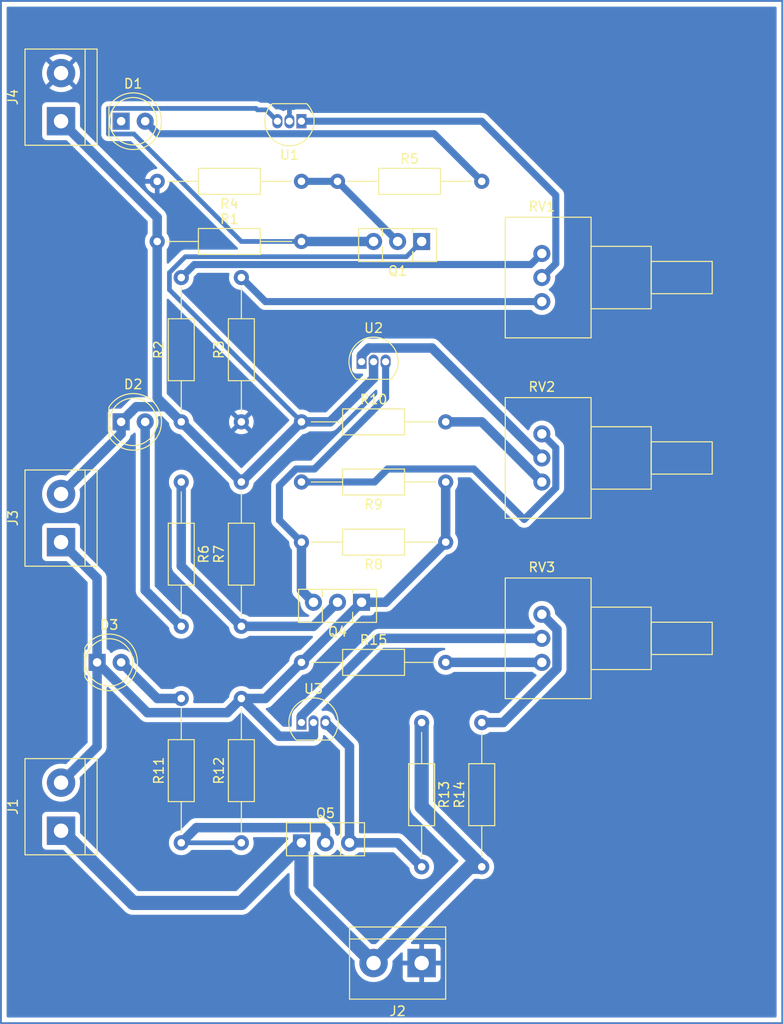
<source format=kicad_pcb>
(kicad_pcb (version 20221018) (generator pcbnew)
  (title_block (title "3S BMS Module ") (date "29.04.2023") (rev "1.0") (company "by Muxtar_Safarov"))
  (layers (0 "F.Cu" signal) (31 "B.Cu" signal) (34 "B.Paste" user) (35 "F.Paste" user) (36 "B.SilkS" user "B.Silkscreen") (37 "F.SilkS" user "F.Silkscreen") (38 "B.Mask" user) (39 "F.Mask" user) (44 "Edge.Cuts" user))
  (net 0 "")
  (net 1 "Earth")
  (net 2 "Net-(D1-A)")
  (net 3 "CONN2")
  (net 4 "Net-(D2-A)")
  (net 5 "CONN1")
  (net 6 "Net-(D3-A)")
  (net 7 "VCC")
  (net 8 "Net-(Q1-C)")
  (net 9 "Net-(Q1-B)")
  (net 10 "Net-(Q4-C)")
  (net 11 "Net-(Q4-B)")
  (net 12 "Net-(Q5-C)")
  (net 13 "Net-(Q5-B)")
  (net 14 "Net-(R2-Pad2)")
  (net 15 "Net-(R3-Pad2)")
  (net 16 "Net-(R9-Pad2)")
  (net 17 "Net-(R10-Pad2)")
  (net 18 "Net-(R14-Pad2)")
  (net 19 "Net-(R15-Pad2)")
  (net 20 "Net-(U1-REF)")
  (net 21 "Net-(U2-REF)")
  (net 22 "Net-(U3-REF)")
  (footprint "Resistor_THT:R_Axial_DIN0207_L6.3mm_D2.5mm_P15.24mm_Horizontal" (layer "F.Cu") (at 50.8 165.1 90)
    (fp_text reference "R12" (at 7.62 -2.37 90) (layer "F.SilkS"))
    (fp_text value "47R")
    (fp_line (start 1.04 0) (end 4.35 0) (stroke (width 0.12)) (layer "F.SilkS"))
    (fp_line (start 4.35 -1.37) (end 4.35 1.37) (stroke (width 0.12)) (layer "F.SilkS"))
    (fp_line (start 4.35 1.37) (end 10.89 1.37) (stroke (width 0.12)) (layer "F.SilkS"))
    (fp_line (start 10.89 -1.37) (end 4.35 -1.37) (stroke (width 0.12)) (layer "F.SilkS"))
    (fp_line (start 10.89 1.37) (end 10.89 -1.37) (stroke (width 0.12)) (layer "F.SilkS"))
    (fp_line (start 14.2 0) (end 10.89 0) (stroke (width 0.12)) (layer "F.SilkS"))
    (pad "1" thru_hole circle (at 0 0 90) (size 1.6 1.6) (drill 0.8) (layers "*.Cu" "*.Mask") (net 12 "Net-(Q5-C)"))
    (pad "2" thru_hole oval (at 15.24 0 90) (size 1.6 1.6) (drill 0.8) (layers "*.Cu" "*.Mask") (net 5 "CONN1"))
  )
  (footprint "Resistor_THT:R_Axial_DIN0207_L6.3mm_D2.5mm_P15.24mm_Horizontal" (layer "F.Cu") (at 72.39 127 180)
    (fp_text reference "R9" (at 7.62 -2.37) (layer "F.SilkS"))
    (fp_text value "20K")
    (fp_line (start 1.04 0) (end 4.35 0) (stroke (width 0.12)) (layer "F.SilkS"))
    (fp_line (start 4.35 -1.37) (end 4.35 1.37) (stroke (width 0.12)) (layer "F.SilkS"))
    (fp_line (start 4.35 1.37) (end 10.89 1.37) (stroke (width 0.12)) (layer "F.SilkS"))
    (fp_line (start 10.89 -1.37) (end 4.35 -1.37) (stroke (width 0.12)) (layer "F.SilkS"))
    (fp_line (start 10.89 1.37) (end 10.89 -1.37) (stroke (width 0.12)) (layer "F.SilkS"))
    (fp_line (start 14.2 0) (end 10.89 0) (stroke (width 0.12)) (layer "F.SilkS"))
    (pad "1" thru_hole circle (at 0 0 180) (size 1.6 1.6) (drill 0.8) (layers "*.Cu" "*.Mask") (net 5 "CONN1"))
    (pad "2" thru_hole oval (at 15.24 0 180) (size 1.6 1.6) (drill 0.8) (layers "*.Cu" "*.Mask") (net 16 "Net-(R9-Pad2)"))
  )
  (footprint "LED_THT:LED_D5.0mm" (layer "F.Cu") (at 38.1 120.65)
    (fp_text reference "D2" (at 1.27 -3.96) (layer "F.SilkS"))
    (fp_text value "LED")
    (fp_line (start -1.29 -1.545) (end -1.29 1.545) (stroke (width 0.12)) (layer "F.SilkS"))
    (fp_arc (start -1.29 -1.54483) (mid 2.072002 -2.880433) (end 4.26 0.000462) (stroke (width 0.12)) (layer "F.SilkS"))
    (fp_arc (start 4.26 -0.000462) (mid 2.072002 2.880433) (end -1.29 1.54483) (stroke (width 0.12)) (layer "F.SilkS"))
    (fp_circle (center 1.27 0) (end 3.77 0) (stroke (width 0.12)) (fill none) (layer "F.SilkS"))
    (pad "1" thru_hole rect (at 0 0) (size 1.8 1.8) (drill 0.9) (layers "*.Cu" "*.Mask") (net 3 "CONN2"))
    (pad "2" thru_hole circle (at 2.54 0) (size 1.8 1.8) (drill 0.9) (layers "*.Cu" "*.Mask") (net 4 "Net-(D2-A)"))
  )
  (footprint "Resistor_THT:R_Axial_DIN0207_L6.3mm_D2.5mm_P15.24mm_Horizontal" (layer "F.Cu") (at 50.8 120.65 90)
    (fp_text reference "R3" (at 7.62 -2.37 90) (layer "F.SilkS"))
    (fp_text value "10K")
    (fp_line (start 1.04 0) (end 4.35 0) (stroke (width 0.12)) (layer "F.SilkS"))
    (fp_line (start 4.35 -1.37) (end 4.35 1.37) (stroke (width 0.12)) (layer "F.SilkS"))
    (fp_line (start 4.35 1.37) (end 10.89 1.37) (stroke (width 0.12)) (layer "F.SilkS"))
    (fp_line (start 10.89 -1.37) (end 4.35 -1.37) (stroke (width 0.12)) (layer "F.SilkS"))
    (fp_line (start 10.89 1.37) (end 10.89 -1.37) (stroke (width 0.12)) (layer "F.SilkS"))
    (fp_line (start 14.2 0) (end 10.89 0) (stroke (width 0.12)) (layer "F.SilkS"))
    (pad "1" thru_hole circle (at 0 0 90) (size 1.6 1.6) (drill 0.8) (layers "*.Cu" "*.Mask") (net 1 "Earth"))
    (pad "2" thru_hole oval (at 15.24 0 90) (size 1.6 1.6) (drill 0.8) (layers "*.Cu" "*.Mask") (net 15 "Net-(R3-Pad2)"))
  )
  (footprint "LED_THT:LED_D5.0mm" (layer "F.Cu") (at 38.1 88.9)
    (fp_text reference "D1" (at 1.27 -3.96) (layer "F.SilkS"))
    (fp_text value "LED")
    (fp_line (start -1.29 -1.545) (end -1.29 1.545) (stroke (width 0.12)) (layer "F.SilkS"))
    (fp_arc (start -1.29 -1.54483) (mid 2.072002 -2.880433) (end 4.26 0.000462) (stroke (width 0.12)) (layer "F.SilkS"))
    (fp_arc (start 4.26 -0.000462) (mid 2.072002 2.880433) (end -1.29 1.54483) (stroke (width 0.12)) (layer "F.SilkS"))
    (fp_circle (center 1.27 0) (end 3.77 0) (stroke (width 0.12)) (fill none) (layer "F.SilkS"))
    (pad "1" thru_hole rect (at 0 0) (size 1.8 1.8) (drill 0.9) (layers "*.Cu" "*.Mask") (net 1 "Earth"))
    (pad "2" thru_hole circle (at 2.54 0) (size 1.8 1.8) (drill 0.9) (layers "*.Cu" "*.Mask") (net 2 "Net-(D1-A)"))
  )
  (footprint "Resistor_THT:R_Axial_DIN0207_L6.3mm_D2.5mm_P15.24mm_Horizontal" (layer "F.Cu") (at 69.85 152.4 -90)
    (fp_text reference "R13" (at 7.62 -2.37 90) (layer "F.SilkS"))
    (fp_text value "1K")
    (fp_line (start 1.04 0) (end 4.35 0) (stroke (width 0.12)) (layer "F.SilkS"))
    (fp_line (start 4.35 -1.37) (end 4.35 1.37) (stroke (width 0.12)) (layer "F.SilkS"))
    (fp_line (start 4.35 1.37) (end 10.89 1.37) (stroke (width 0.12)) (layer "F.SilkS"))
    (fp_line (start 10.89 -1.37) (end 4.35 -1.37) (stroke (width 0.12)) (layer "F.SilkS"))
    (fp_line (start 10.89 1.37) (end 10.89 -1.37) (stroke (width 0.12)) (layer "F.SilkS"))
    (fp_line (start 14.2 0) (end 10.89 0) (stroke (width 0.12)) (layer "F.SilkS"))
    (pad "1" thru_hole circle (at 0 0 270) (size 1.6 1.6) (drill 0.8) (layers "*.Cu" "*.Mask") (net 7 "VCC"))
    (pad "2" thru_hole oval (at 15.24 0 270) (size 1.6 1.6) (drill 0.8) (layers "*.Cu" "*.Mask") (net 13 "Net-(Q5-B)"))
  )
  (footprint "Resistor_THT:R_Axial_DIN0207_L6.3mm_D2.5mm_P15.24mm_Horizontal" (layer "F.Cu") (at 57.15 120.65)
    (fp_text reference "R10" (at 7.62 -2.37) (layer "F.SilkS"))
    (fp_text value "10K")
    (fp_line (start 1.04 0) (end 4.35 0) (stroke (width 0.12)) (layer "F.SilkS"))
    (fp_line (start 4.35 -1.37) (end 4.35 1.37) (stroke (width 0.12)) (layer "F.SilkS"))
    (fp_line (start 4.35 1.37) (end 10.89 1.37) (stroke (width 0.12)) (layer "F.SilkS"))
    (fp_line (start 10.89 -1.37) (end 4.35 -1.37) (stroke (width 0.12)) (layer "F.SilkS"))
    (fp_line (start 10.89 1.37) (end 10.89 -1.37) (stroke (width 0.12)) (layer "F.SilkS"))
    (fp_line (start 14.2 0) (end 10.89 0) (stroke (width 0.12)) (layer "F.SilkS"))
    (pad "1" thru_hole circle (at 0 0) (size 1.6 1.6) (drill 0.8) (layers "*.Cu" "*.Mask") (net 3 "CONN2"))
    (pad "2" thru_hole oval (at 15.24 0) (size 1.6 1.6) (drill 0.8) (layers "*.Cu" "*.Mask") (net 17 "Net-(R10-Pad2)"))
  )
  (footprint "Resistor_THT:R_Axial_DIN0207_L6.3mm_D2.5mm_P15.24mm_Horizontal" (layer "F.Cu") (at 76.2 167.64 90)
    (fp_text reference "R14" (at 7.62 -2.37 90) (layer "F.SilkS"))
    (fp_text value "20K")
    (fp_line (start 1.04 0) (end 4.35 0) (stroke (width 0.12)) (layer "F.SilkS"))
    (fp_line (start 4.35 -1.37) (end 4.35 1.37) (stroke (width 0.12)) (layer "F.SilkS"))
    (fp_line (start 4.35 1.37) (end 10.89 1.37) (stroke (width 0.12)) (layer "F.SilkS"))
    (fp_line (start 10.89 -1.37) (end 4.35 -1.37) (stroke (width 0.12)) (layer "F.SilkS"))
    (fp_line (start 10.89 1.37) (end 10.89 -1.37) (stroke (width 0.12)) (layer "F.SilkS"))
    (fp_line (start 14.2 0) (end 10.89 0) (stroke (width 0.12)) (layer "F.SilkS"))
    (pad "1" thru_hole circle (at 0 0 90) (size 1.6 1.6) (drill 0.8) (layers "*.Cu" "*.Mask") (net 7 "VCC"))
    (pad "2" thru_hole oval (at 15.24 0 90) (size 1.6 1.6) (drill 0.8) (layers "*.Cu" "*.Mask") (net 18 "Net-(R14-Pad2)"))
  )
  (footprint "Resistor_THT:R_Axial_DIN0207_L6.3mm_D2.5mm_P15.24mm_Horizontal" (layer "F.Cu") (at 72.39 133.35 180)
    (fp_text reference "R8" (at 7.62 -2.37) (layer "F.SilkS"))
    (fp_text value "1K")
    (fp_line (start 1.04 0) (end 4.35 0) (stroke (width 0.12)) (layer "F.SilkS"))
    (fp_line (start 4.35 -1.37) (end 4.35 1.37) (stroke (width 0.12)) (layer "F.SilkS"))
    (fp_line (start 4.35 1.37) (end 10.89 1.37) (stroke (width 0.12)) (layer "F.SilkS"))
    (fp_line (start 10.89 -1.37) (end 4.35 -1.37) (stroke (width 0.12)) (layer "F.SilkS"))
    (fp_line (start 10.89 1.37) (end 10.89 -1.37) (stroke (width 0.12)) (layer "F.SilkS"))
    (fp_line (start 14.2 0) (end 10.89 0) (stroke (width 0.12)) (layer "F.SilkS"))
    (pad "1" thru_hole circle (at 0 0 180) (size 1.6 1.6) (drill 0.8) (layers "*.Cu" "*.Mask") (net 5 "CONN1"))
    (pad "2" thru_hole oval (at 15.24 0 180) (size 1.6 1.6) (drill 0.8) (layers "*.Cu" "*.Mask") (net 11 "Net-(Q4-B)"))
  )
  (footprint "Package_TO_SOT_THT:TO-126-3_Vertical" (layer "F.Cu") (at 69.85 101.6 180)
    (fp_text reference "Q1" (at 2.54 -3.12) (layer "F.SilkS"))
    (fp_text value "BD140")
    (fp_line (start -1.58 -2.12) (end -1.58 1.37) (stroke (width 0.12)) (layer "F.SilkS"))
    (fp_line (start -1.58 -2.12) (end 6.66 -2.12) (stroke (width 0.12)) (layer "F.SilkS"))
    (fp_line (start -1.58 1.37) (end 6.66 1.37) (stroke (width 0.12)) (layer "F.SilkS"))
    (fp_line (start 0.94 -2.12) (end 0.94 -1.05) (stroke (width 0.12)) (layer "F.SilkS"))
    (fp_line (start 0.94 1.05) (end 0.94 1.37) (stroke (width 0.12)) (layer "F.SilkS"))
    (fp_line (start 4.141 -2.12) (end 4.141 -0.54) (stroke (width 0.12)) (layer "F.SilkS"))
    (fp_line (start 4.141 0.54) (end 4.141 1.37) (stroke (width 0.12)) (layer "F.SilkS"))
    (fp_line (start 6.66 -2.12) (end 6.66 1.37) (stroke (width 0.12)) (layer "F.SilkS"))
    (pad "1" thru_hole rect (at 0 0 180) (size 1.8 1.8) (drill 1) (layers "*.Cu" "*.Mask") (net 3 "CONN2"))
    (pad "2" thru_hole oval (at 2.54 0 180) (size 1.8 1.8) (drill 1) (layers "*.Cu" "*.Mask") (net 8 "Net-(Q1-C)"))
    (pad "3" thru_hole oval (at 5.08 0 180) (size 1.8 1.8) (drill 1) (layers "*.Cu" "*.Mask") (net 9 "Net-(Q1-B)"))
  )
  (footprint "Resistor_THT:R_Axial_DIN0207_L6.3mm_D2.5mm_P15.24mm_Horizontal" (layer "F.Cu") (at 60.96 95.25)
    (fp_text reference "R5" (at 7.62 -2.37) (layer "F.SilkS"))
    (fp_text value "150R")
    (fp_line (start 1.04 0) (end 4.35 0) (stroke (width 0.12)) (layer "F.SilkS"))
    (fp_line (start 4.35 -1.37) (end 4.35 1.37) (stroke (width 0.12)) (layer "F.SilkS"))
    (fp_line (start 4.35 1.37) (end 10.89 1.37) (stroke (width 0.12)) (layer "F.SilkS"))
    (fp_line (start 10.89 -1.37) (end 4.35 -1.37) (stroke (width 0.12)) (layer "F.SilkS"))
    (fp_line (start 10.89 1.37) (end 10.89 -1.37) (stroke (width 0.12)) (layer "F.SilkS"))
    (fp_line (start 14.2 0) (end 10.89 0) (stroke (width 0.12)) (layer "F.SilkS"))
    (pad "1" thru_hole circle (at 0 0) (size 1.6 1.6) (drill 0.8) (layers "*.Cu" "*.Mask") (net 8 "Net-(Q1-C)"))
    (pad "2" thru_hole oval (at 15.24 0) (size 1.6 1.6) (drill 0.8) (layers "*.Cu" "*.Mask") (net 2 "Net-(D1-A)"))
  )
  (footprint "Potentiometer_THT:Potentiometer_Vishay_148-149_Single_Horizontal" (layer "F.Cu") (at 82.55 107.95)
    (fp_text reference "RV1" (at 0 -10.04) (layer "F.SilkS"))
    (fp_text value "10K")
    (fp_line (start -3.87 -8.91) (end -3.87 3.83) (stroke (width 0.12)) (layer "F.SilkS"))
    (fp_line (start -3.87 -8.91) (end 5.2 -8.91) (stroke (width 0.12)) (layer "F.SilkS"))
    (fp_line (start -3.87 3.83) (end 5.2 3.83) (stroke (width 0.12)) (layer "F.SilkS"))
    (fp_line (start 5.2 -8.91) (end 5.2 3.83) (stroke (width 0.12)) (layer "F.SilkS"))
    (fp_line (start 5.2 -5.835) (end 5.2 0.755) (stroke (width 0.12)) (layer "F.SilkS"))
    (fp_line (start 5.2 -5.835) (end 11.55 -5.835) (stroke (width 0.12)) (layer "F.SilkS"))
    (fp_line (start 5.2 0.755) (end 11.55 0.755) (stroke (width 0.12)) (layer "F.SilkS"))
    (fp_line (start 11.55 -5.835) (end 11.55 0.755) (stroke (width 0.12)) (layer "F.SilkS"))
    (fp_line (start 11.55 -4.244) (end 11.55 -0.835) (stroke (width 0.12)) (layer "F.SilkS"))
    (fp_line (start 11.55 -4.244) (end 18 -4.244) (stroke (width 0.12)) (layer "F.SilkS"))
    (fp_line (start 11.55 -0.835) (end 18 -0.835) (stroke (width 0.12)) (layer "F.SilkS"))
    (fp_line (start 18 -4.244) (end 18 -0.835) (stroke (width 0.12)) (layer "F.SilkS"))
    (pad "1" thru_hole circle (at 0 0) (size 1.8 1.8) (drill 1) (layers "*.Cu" "*.Mask") (net 15 "Net-(R3-Pad2)"))
    (pad "2" thru_hole circle (at 0 -2.54) (size 1.8 1.8) (drill 1) (layers "*.Cu" "*.Mask") (net 20 "Net-(U1-REF)"))
    (pad "3" thru_hole circle (at 0 -5.08) (size 1.8 1.8) (drill 1) (layers "*.Cu" "*.Mask") (net 14 "Net-(R2-Pad2)"))
  )
  (footprint "Package_TO_SOT_THT:TO-92_Inline" (layer "F.Cu") (at 63.5 114.3)
    (fp_text reference "U2" (at 1.27 -3.56) (layer "F.SilkS"))
    (fp_text value "TL431LP")
    (fp_line (start -0.53 1.85) (end 3.07 1.85) (stroke (width 0.12)) (layer "F.SilkS"))
    (fp_arc (start -0.568478 1.838478) (mid -1.132087 -0.994977) (end 1.27 -2.6) (stroke (width 0.12)) (layer "F.SilkS"))
    (fp_arc (start 1.27 -2.6) (mid 3.672087 -0.994977) (end 3.108478 1.838478) (stroke (width 0.12)) (layer "F.SilkS"))
    (pad "1" thru_hole rect (at 0 0) (size 1.05 1.5) (drill 0.75) (layers "*.Cu" "*.Mask") (net 21 "Net-(U2-REF)"))
    (pad "2" thru_hole oval (at 1.27 0) (size 1.05 1.5) (drill 0.75) (layers "*.Cu" "*.Mask") (net 3 "CONN2"))
    (pad "3" thru_hole oval (at 2.54 0) (size 1.05 1.5) (drill 0.75) (layers "*.Cu" "*.Mask") (net 11 "Net-(Q4-B)"))
  )
  (footprint "Package_TO_SOT_THT:TO-126-3_Vertical" (layer "F.Cu") (at 63.5 139.7 180)
    (fp_text reference "Q4" (at 2.54 -3.12) (layer "F.SilkS"))
    (fp_text value "BD140")
    (fp_line (start -1.58 -2.12) (end -1.58 1.37) (stroke (width 0.12)) (layer "F.SilkS"))
    (fp_line (start -1.58 -2.12) (end 6.66 -2.12) (stroke (width 0.12)) (layer "F.SilkS"))
    (fp_line (start -1.58 1.37) (end 6.66 1.37) (stroke (width 0.12)) (layer "F.SilkS"))
    (fp_line (start 0.94 -2.12) (end 0.94 -1.05) (stroke (width 0.12)) (layer "F.SilkS"))
    (fp_line (start 0.94 1.05) (end 0.94 1.37) (stroke (width 0.12)) (layer "F.SilkS"))
    (fp_line (start 4.141 -2.12) (end 4.141 -0.54) (stroke (width 0.12)) (layer "F.SilkS"))
    (fp_line (start 4.141 0.54) (end 4.141 1.37) (stroke (width 0.12)) (layer "F.SilkS"))
    (fp_line (start 6.66 -2.12) (end 6.66 1.37) (stroke (width 0.12)) (layer "F.SilkS"))
    (pad "1" thru_hole rect (at 0 0 180) (size 1.8 1.8) (drill 1) (layers "*.Cu" "*.Mask") (net 5 "CONN1"))
    (pad "2" thru_hole oval (at 2.54 0 180) (size 1.8 1.8) (drill 1) (layers "*.Cu" "*.Mask") (net 10 "Net-(Q4-C)"))
    (pad "3" thru_hole oval (at 5.08 0 180) (size 1.8 1.8) (drill 1) (layers "*.Cu" "*.Mask") (net 11 "Net-(Q4-B)"))
  )
  (footprint "Resistor_THT:R_Axial_DIN0207_L6.3mm_D2.5mm_P15.24mm_Horizontal" (layer "F.Cu") (at 50.8 142.24 90)
    (fp_text reference "R7" (at 7.62 -2.37 90) (layer "F.SilkS"))
    (fp_text value "47R")
    (fp_line (start 1.04 0) (end 4.35 0) (stroke (width 0.12)) (layer "F.SilkS"))
    (fp_line (start 4.35 -1.37) (end 4.35 1.37) (stroke (width 0.12)) (layer "F.SilkS"))
    (fp_line (start 4.35 1.37) (end 10.89 1.37) (stroke (width 0.12)) (layer "F.SilkS"))
    (fp_line (start 10.89 -1.37) (end 4.35 -1.37) (stroke (width 0.12)) (layer "F.SilkS"))
    (fp_line (start 10.89 1.37) (end 10.89 -1.37) (stroke (width 0.12)) (layer "F.SilkS"))
    (fp_line (start 14.2 0) (end 10.89 0) (stroke (width 0.12)) (layer "F.SilkS"))
    (pad "1" thru_hole circle (at 0 0 90) (size 1.6 1.6) (drill 0.8) (layers "*.Cu" "*.Mask") (net 10 "Net-(Q4-C)"))
    (pad "2" thru_hole oval (at 15.24 0 90) (size 1.6 1.6) (drill 0.8) (layers "*.Cu" "*.Mask") (net 3 "CONN2"))
  )
  (footprint "Resistor_THT:R_Axial_DIN0207_L6.3mm_D2.5mm_P15.24mm_Horizontal" (layer "F.Cu") (at 57.15 95.25 180)
    (fp_text reference "R4" (at 7.62 -2.37) (layer "F.SilkS"))
    (fp_text value "47R")
    (fp_line (start 1.04 0) (end 4.35 0) (stroke (width 0.12)) (layer "F.SilkS"))
    (fp_line (start 4.35 -1.37) (end 4.35 1.37) (stroke (width 0.12)) (layer "F.SilkS"))
    (fp_line (start 4.35 1.37) (end 10.89 1.37) (stroke (width 0.12)) (layer "F.SilkS"))
    (fp_line (start 10.89 -1.37) (end 4.35 -1.37) (stroke (width 0.12)) (layer "F.SilkS"))
    (fp_line (start 10.89 1.37) (end 10.89 -1.37) (stroke (width 0.12)) (layer "F.SilkS"))
    (fp_line (start 14.2 0) (end 10.89 0) (stroke (width 0.12)) (layer "F.SilkS"))
    (pad "1" thru_hole circle (at 0 0 180) (size 1.6 1.6) (drill 0.8) (layers "*.Cu" "*.Mask") (net 8 "Net-(Q1-C)"))
    (pad "2" thru_hole oval (at 15.24 0 180) (size 1.6 1.6) (drill 0.8) (layers "*.Cu" "*.Mask") (net 1 "Earth"))
  )
  (footprint "Resistor_THT:R_Axial_DIN0207_L6.3mm_D2.5mm_P15.24mm_Horizontal" (layer "F.Cu") (at 44.45 127 -90)
    (fp_text reference "R6" (at 7.62 -2.37 90) (layer "F.SilkS"))
    (fp_text value "150R")
    (fp_line (start 1.04 0) (end 4.35 0) (stroke (width 0.12)) (layer "F.SilkS"))
    (fp_line (start 4.35 -1.37) (end 4.35 1.37) (stroke (width 0.12)) (layer "F.SilkS"))
    (fp_line (start 4.35 1.37) (end 10.89 1.37) (stroke (width 0.12)) (layer "F.SilkS"))
    (fp_line (start 10.89 -1.37) (end 4.35 -1.37) (stroke (width 0.12)) (layer "F.SilkS"))
    (fp_line (start 10.89 1.37) (end 10.89 -1.37) (stroke (width 0.12)) (layer "F.SilkS"))
    (fp_line (start 14.2 0) (end 10.89 0) (stroke (width 0.12)) (layer "F.SilkS"))
    (pad "1" thru_hole circle (at 0 0 270) (size 1.6 1.6) (drill 0.8) (layers "*.Cu" "*.Mask") (net 10 "Net-(Q4-C)"))
    (pad "2" thru_hole oval (at 15.24 0 270) (size 1.6 1.6) (drill 0.8) (layers "*.Cu" "*.Mask") (net 4 "Net-(D2-A)"))
  )
  (footprint "LED_THT:LED_D5.0mm" (layer "F.Cu") (at 35.56 146.05)
    (fp_text reference "D3" (at 1.27 -3.96) (layer "F.SilkS"))
    (fp_text value "LED")
    (fp_line (start -1.29 -1.545) (end -1.29 1.545) (stroke (width 0.12)) (layer "F.SilkS"))
    (fp_arc (start -1.29 -1.54483) (mid 2.072002 -2.880433) (end 4.26 0.000462) (stroke (width 0.12)) (layer "F.SilkS"))
    (fp_arc (start 4.26 -0.000462) (mid 2.072002 2.880433) (end -1.29 1.54483) (stroke (width 0.12)) (layer "F.SilkS"))
    (fp_circle (center 1.27 0) (end 3.77 0) (stroke (width 0.12)) (fill none) (layer "F.SilkS"))
    (pad "1" thru_hole rect (at 0 0) (size 1.8 1.8) (drill 0.9) (layers "*.Cu" "*.Mask") (net 5 "CONN1"))
    (pad "2" thru_hole circle (at 2.54 0) (size 1.8 1.8) (drill 0.9) (layers "*.Cu" "*.Mask") (net 6 "Net-(D3-A)"))
  )
  (footprint "Potentiometer_THT:Potentiometer_Vishay_148-149_Single_Horizontal" (layer "F.Cu") (at 82.55 146.05)
    (fp_text reference "RV3" (at 0 -10.04) (layer "F.SilkS"))
    (fp_text value "10K")
    (fp_line (start -3.87 -8.91) (end -3.87 3.83) (stroke (width 0.12)) (layer "F.SilkS"))
    (fp_line (start -3.87 -8.91) (end 5.2 -8.91) (stroke (width 0.12)) (layer "F.SilkS"))
    (fp_line (start -3.87 3.83) (end 5.2 3.83) (stroke (width 0.12)) (layer "F.SilkS"))
    (fp_line (start 5.2 -8.91) (end 5.2 3.83) (stroke (width 0.12)) (layer "F.SilkS"))
    (fp_line (start 5.2 -5.835) (end 5.2 0.755) (stroke (width 0.12)) (layer "F.SilkS"))
    (fp_line (start 5.2 -5.835) (end 11.55 -5.835) (stroke (width 0.12)) (layer "F.SilkS"))
    (fp_line (start 5.2 0.755) (end 11.55 0.755) (stroke (width 0.12)) (layer "F.SilkS"))
    (fp_line (start 11.55 -5.835) (end 11.55 0.755) (stroke (width 0.12)) (layer "F.SilkS"))
    (fp_line (start 11.55 -4.244) (end 11.55 -0.835) (stroke (width 0.12)) (layer "F.SilkS"))
    (fp_line (start 11.55 -4.244) (end 18 -4.244) (stroke (width 0.12)) (layer "F.SilkS"))
    (fp_line (start 11.55 -0.835) (end 18 -0.835) (stroke (width 0.12)) (layer "F.SilkS"))
    (fp_line (start 18 -4.244) (end 18 -0.835) (stroke (width 0.12)) (layer "F.SilkS"))
    (pad "1" thru_hole circle (at 0 0) (size 1.8 1.8) (drill 1) (layers "*.Cu" "*.Mask") (net 19 "Net-(R15-Pad2)"))
    (pad "2" thru_hole circle (at 0 -2.54) (size 1.8 1.8) (drill 1) (layers "*.Cu" "*.Mask") (net 22 "Net-(U3-REF)"))
    (pad "3" thru_hole circle (at 0 -5.08) (size 1.8 1.8) (drill 1) (layers "*.Cu" "*.Mask") (net 18 "Net-(R14-Pad2)"))
  )
  (footprint "Package_TO_SOT_THT:TO-126-3_Vertical" (layer "F.Cu") (at 57.15 165.1)
    (fp_text reference "Q5" (at 2.54 -3.12) (layer "F.SilkS"))
    (fp_text value "BD140")
    (fp_line (start -1.58 -2.12) (end -1.58 1.37) (stroke (width 0.12)) (layer "F.SilkS"))
    (fp_line (start -1.58 -2.12) (end 6.66 -2.12) (stroke (width 0.12)) (layer "F.SilkS"))
    (fp_line (start -1.58 1.37) (end 6.66 1.37) (stroke (width 0.12)) (layer "F.SilkS"))
    (fp_line (start 0.94 -2.12) (end 0.94 -1.05) (stroke (width 0.12)) (layer "F.SilkS"))
    (fp_line (start 0.94 1.05) (end 0.94 1.37) (stroke (width 0.12)) (layer "F.SilkS"))
    (fp_line (start 4.141 -2.12) (end 4.141 -0.54) (stroke (width 0.12)) (layer "F.SilkS"))
    (fp_line (start 4.141 0.54) (end 4.141 1.37) (stroke (width 0.12)) (layer "F.SilkS"))
    (fp_line (start 6.66 -2.12) (end 6.66 1.37) (stroke (width 0.12)) (layer "F.SilkS"))
    (pad "1" thru_hole rect (at 0 0) (size 1.8 1.8) (drill 1) (layers "*.Cu" "*.Mask") (net 7 "VCC"))
    (pad "2" thru_hole oval (at 2.54 0) (size 1.8 1.8) (drill 1) (layers "*.Cu" "*.Mask") (net 12 "Net-(Q5-C)"))
    (pad "3" thru_hole oval (at 5.08 0) (size 1.8 1.8) (drill 1) (layers "*.Cu" "*.Mask") (net 13 "Net-(Q5-B)"))
  )
  (footprint "Package_TO_SOT_THT:TO-92_Inline" (layer "F.Cu") (at 57.15 88.9 180)
    (fp_text reference "U1" (at 1.27 -3.56) (layer "F.SilkS"))
    (fp_text value "TL431LP")
    (fp_line (start -0.53 1.85) (end 3.07 1.85) (stroke (width 0.12)) (layer "F.SilkS"))
    (fp_arc (start -0.568478 1.838478) (mid -1.132087 -0.994977) (end 1.27 -2.6) (stroke (width 0.12)) (layer "F.SilkS"))
    (fp_arc (start 1.27 -2.6) (mid 3.672087 -0.994977) (end 3.108478 1.838478) (stroke (width 0.12)) (layer "F.SilkS"))
    (pad "1" thru_hole rect (at 0 0 180) (size 1.05 1.5) (drill 0.75) (layers "*.Cu" "*.Mask") (net 20 "Net-(U1-REF)"))
    (pad "2" thru_hole oval (at 1.27 0 180) (size 1.05 1.5) (drill 0.75) (layers "*.Cu" "*.Mask") (net 1 "Earth"))
    (pad "3" thru_hole oval (at 2.54 0 180) (size 1.05 1.5) (drill 0.75) (layers "*.Cu" "*.Mask") (net 9 "Net-(Q1-B)"))
  )
  (footprint "TerminalBlock:TerminalBlock_bornier-2_P5.08mm" (layer "F.Cu") (at 31.75 88.9 90)
    (fp_text reference "J4" (at 2.54 -5.08 90) (layer "F.SilkS"))
    (fp_text value "BAT3")
    (fp_line (start -2.54 -3.81) (end -2.54 3.81) (stroke (width 0.12)) (layer "F.SilkS"))
    (fp_line (start -2.54 3.81) (end 7.62 3.81) (stroke (width 0.12)) (layer "F.SilkS"))
    (fp_line (start 7.62 -3.81) (end -2.54 -3.81) (stroke (width 0.12)) (layer "F.SilkS"))
    (fp_line (start 7.62 2.54) (end -2.54 2.54) (stroke (width 0.12)) (layer "F.SilkS"))
    (fp_line (start 7.62 3.81) (end 7.62 -3.81) (stroke (width 0.12)) (layer "F.SilkS"))
    (pad "1" thru_hole rect (at 0 0 90) (size 3 3) (drill 1.52) (layers "*.Cu" "*.Mask") (net 3 "CONN2"))
    (pad "2" thru_hole circle (at 5.08 0 90) (size 3 3) (drill 1.52) (layers "*.Cu" "*.Mask") (net 1 "Earth"))
  )
  (footprint "TerminalBlock:TerminalBlock_bornier-2_P5.08mm" (layer "F.Cu") (at 31.75 163.83 90)
    (fp_text reference "J1" (at 2.54 -5.08 90) (layer "F.SilkS"))
    (fp_text value "BAT1")
    (fp_line (start -2.54 -3.81) (end -2.54 3.81) (stroke (width 0.12)) (layer "F.SilkS"))
    (fp_line (start -2.54 3.81) (end 7.62 3.81) (stroke (width 0.12)) (layer "F.SilkS"))
    (fp_line (start 7.62 -3.81) (end -2.54 -3.81) (stroke (width 0.12)) (layer "F.SilkS"))
    (fp_line (start 7.62 2.54) (end -2.54 2.54) (stroke (width 0.12)) (layer "F.SilkS"))
    (fp_line (start 7.62 3.81) (end 7.62 -3.81) (stroke (width 0.12)) (layer "F.SilkS"))
    (pad "1" thru_hole rect (at 0 0 90) (size 3 3) (drill 1.52) (layers "*.Cu" "*.Mask") (net 7 "VCC"))
    (pad "2" thru_hole circle (at 5.08 0 90) (size 3 3) (drill 1.52) (layers "*.Cu" "*.Mask") (net 5 "CONN1"))
  )
  (footprint "TerminalBlock:TerminalBlock_bornier-2_P5.08mm" (layer "F.Cu") (at 31.75 133.35 90)
    (fp_text reference "J3" (at 2.54 -5.08 90) (layer "F.SilkS"))
    (fp_text value "BAT2")
    (fp_line (start -2.54 -3.81) (end -2.54 3.81) (stroke (width 0.12)) (layer "F.SilkS"))
    (fp_line (start -2.54 3.81) (end 7.62 3.81) (stroke (width 0.12)) (layer "F.SilkS"))
    (fp_line (start 7.62 -3.81) (end -2.54 -3.81) (stroke (width 0.12)) (layer "F.SilkS"))
    (fp_line (start 7.62 2.54) (end -2.54 2.54) (stroke (width 0.12)) (layer "F.SilkS"))
    (fp_line (start 7.62 3.81) (end 7.62 -3.81) (stroke (width 0.12)) (layer "F.SilkS"))
    (pad "1" thru_hole rect (at 0 0 90) (size 3 3) (drill 1.52) (layers "*.Cu" "*.Mask") (net 5 "CONN1"))
    (pad "2" thru_hole circle (at 5.08 0 90) (size 3 3) (drill 1.52) (layers "*.Cu" "*.Mask") (net 3 "CONN2"))
  )
  (footprint "TerminalBlock:TerminalBlock_bornier-2_P5.08mm" (layer "F.Cu") (at 69.85 177.8 180)
    (fp_text reference "J2" (at 2.54 -5.08) (layer "F.SilkS"))
    (fp_text value "INPUT Voltage 12,6V")
    (fp_line (start -2.54 -3.81) (end -2.54 3.81) (stroke (width 0.12)) (layer "F.SilkS"))
    (fp_line (start -2.54 3.81) (end 7.62 3.81) (stroke (width 0.12)) (layer "F.SilkS"))
    (fp_line (start 7.62 -3.81) (end -2.54 -3.81) (stroke (width 0.12)) (layer "F.SilkS"))
    (fp_line (start 7.62 2.54) (end -2.54 2.54) (stroke (width 0.12)) (layer "F.SilkS"))
    (fp_line (start 7.62 3.81) (end 7.62 -3.81) (stroke (width 0.12)) (layer "F.SilkS"))
    (pad "1" thru_hole rect (at 0 0 180) (size 3 3) (drill 1.52) (layers "*.Cu" "*.Mask") (net 1 "Earth"))
    (pad "2" thru_hole circle (at 5.08 0 180) (size 3 3) (drill 1.52) (layers "*.Cu" "*.Mask") (net 7 "VCC"))
  )
  (footprint "Resistor_THT:R_Axial_DIN0207_L6.3mm_D2.5mm_P15.24mm_Horizontal" (layer "F.Cu") (at 41.91 101.6)
    (fp_text reference "R1" (at 7.62 -2.37) (layer "F.SilkS"))
    (fp_text value "1K")
    (fp_line (start 1.04 0) (end 4.35 0) (stroke (width 0.12)) (layer "F.SilkS"))
    (fp_line (start 4.35 -1.37) (end 4.35 1.37) (stroke (width 0.12)) (layer "F.SilkS"))
    (fp_line (start 4.35 1.37) (end 10.89 1.37) (stroke (width 0.12)) (layer "F.SilkS"))
    (fp_line (start 10.89 -1.37) (end 4.35 -1.37) (stroke (width 0.12)) (layer "F.SilkS"))
    (fp_line (start 10.89 1.37) (end 10.89 -1.37) (stroke (width 0.12)) (layer "F.SilkS"))
    (fp_line (start 14.2 0) (end 10.89 0) (stroke (width 0.12)) (layer "F.SilkS"))
    (pad "1" thru_hole circle (at 0 0) (size 1.6 1.6) (drill 0.8) (layers "*.Cu" "*.Mask") (net 3 "CONN2"))
    (pad "2" thru_hole oval (at 15.24 0) (size 1.6 1.6) (drill 0.8) (layers "*.Cu" "*.Mask") (net 9 "Net-(Q1-B)"))
  )
  (footprint "Resistor_THT:R_Axial_DIN0207_L6.3mm_D2.5mm_P15.24mm_Horizontal" (layer "F.Cu") (at 57.15 146.05)
    (fp_text reference "R15" (at 7.62 -2.37) (layer "F.SilkS"))
    (fp_text value "10K")
    (fp_line (start 1.04 0) (end 4.35 0) (stroke (width 0.12)) (layer "F.SilkS"))
    (fp_line (start 4.35 -1.37) (end 4.35 1.37) (stroke (width 0.12)) (layer "F.SilkS"))
    (fp_line (start 4.35 1.37) (end 10.89 1.37) (stroke (width 0.12)) (layer "F.SilkS"))
    (fp_line (start 10.89 -1.37) (end 4.35 -1.37) (stroke (width 0.12)) (layer "F.SilkS"))
    (fp_line (start 10.89 1.37) (end 10.89 -1.37) (stroke (width 0.12)) (layer "F.SilkS"))
    (fp_line (start 14.2 0) (end 10.89 0) (stroke (width 0.12)) (layer "F.SilkS"))
    (pad "1" thru_hole circle (at 0 0) (size 1.6 1.6) (drill 0.8) (layers "*.Cu" "*.Mask") (net 5 "CONN1"))
    (pad "2" thru_hole oval (at 15.24 0) (size 1.6 1.6) (drill 0.8) (layers "*.Cu" "*.Mask") (net 19 "Net-(R15-Pad2)"))
  )
  (footprint "Potentiometer_THT:Potentiometer_Vishay_148-149_Single_Horizontal" (layer "F.Cu") (at 82.55 127)
    (fp_text reference "RV2" (at 0 -10.04) (layer "F.SilkS"))
    (fp_text value "10K")
    (fp_line (start -3.87 -8.91) (end -3.87 3.83) (stroke (width 0.12)) (layer "F.SilkS"))
    (fp_line (start -3.87 -8.91) (end 5.2 -8.91) (stroke (width 0.12)) (layer "F.SilkS"))
    (fp_line (start -3.87 3.83) (end 5.2 3.83) (stroke (width 0.12)) (layer "F.SilkS"))
    (fp_line (start 5.2 -8.91) (end 5.2 3.83) (stroke (width 0.12)) (layer "F.SilkS"))
    (fp_line (start 5.2 -5.835) (end 5.2 0.755) (stroke (width 0.12)) (layer "F.SilkS"))
    (fp_line (start 5.2 -5.835) (end 11.55 -5.835) (stroke (width 0.12)) (layer "F.SilkS"))
    (fp_line (start 5.2 0.755) (end 11.55 0.755) (stroke (width 0.12)) (layer "F.SilkS"))
    (fp_line (start 11.55 -5.835) (end 11.55 0.755) (stroke (width 0.12)) (layer "F.SilkS"))
    (fp_line (start 11.55 -4.244) (end 11.55 -0.835) (stroke (width 0.12)) (layer "F.SilkS"))
    (fp_line (start 11.55 -4.244) (end 18 -4.244) (stroke (width 0.12)) (layer "F.SilkS"))
    (fp_line (start 11.55 -0.835) (end 18 -0.835) (stroke (width 0.12)) (layer "F.SilkS"))
    (fp_line (start 18 -4.244) (end 18 -0.835) (stroke (width 0.12)) (layer "F.SilkS"))
    (pad "1" thru_hole circle (at 0 0) (size 1.8 1.8) (drill 1) (layers "*.Cu" "*.Mask") (net 17 "Net-(R10-Pad2)"))
    (pad "2" thru_hole circle (at 0 -2.54) (size 1.8 1.8) (drill 1) (layers "*.Cu" "*.Mask") (net 21 "Net-(U2-REF)"))
    (pad "3" thru_hole circle (at 0 -5.08) (size 1.8 1.8) (drill 1) (layers "*.Cu" "*.Mask") (net 16 "Net-(R9-Pad2)"))
  )
  (footprint "Package_TO_SOT_THT:TO-92_Inline" (layer "F.Cu") (at 57.15 152.4)
    (fp_text reference "U3" (at 1.27 -3.56) (layer "F.SilkS"))
    (fp_text value "TL431LP")
    (fp_line (start -0.53 1.85) (end 3.07 1.85) (stroke (width 0.12)) (layer "F.SilkS"))
    (fp_arc (start -0.568478 1.838478) (mid -1.132087 -0.994977) (end 1.27 -2.6) (stroke (width 0.12)) (layer "F.SilkS"))
    (fp_arc (start 1.27 -2.6) (mid 3.672087 -0.994977) (end 3.108478 1.838478) (stroke (width 0.12)) (layer "F.SilkS"))
    (pad "1" thru_hole rect (at 0 0) (size 1.05 1.5) (drill 0.75) (layers "*.Cu" "*.Mask") (net 22 "Net-(U3-REF)"))
    (pad "2" thru_hole oval (at 1.27 0) (size 1.05 1.5) (drill 0.75) (layers "*.Cu" "*.Mask") (net 5 "CONN1"))
    (pad "3" thru_hole oval (at 2.54 0) (size 1.05 1.5) (drill 0.75) (layers "*.Cu" "*.Mask") (net 13 "Net-(Q5-B)"))
  )
  (footprint "Resistor_THT:R_Axial_DIN0207_L6.3mm_D2.5mm_P15.24mm_Horizontal" (layer "F.Cu") (at 44.45 165.1 90)
    (fp_text reference "R11" (at 7.62 -2.37 90) (layer "F.SilkS"))
    (fp_text value "150R")
    (fp_line (start 1.04 0) (end 4.35 0) (stroke (width 0.12)) (layer "F.SilkS"))
    (fp_line (start 4.35 -1.37) (end 4.35 1.37) (stroke (width 0.12)) (layer "F.SilkS"))
    (fp_line (start 4.35 1.37) (end 10.89 1.37) (stroke (width 0.12)) (layer "F.SilkS"))
    (fp_line (start 10.89 -1.37) (end 4.35 -1.37) (stroke (width 0.12)) (layer "F.SilkS"))
    (fp_line (start 10.89 1.37) (end 10.89 -1.37) (stroke (width 0.12)) (layer "F.SilkS"))
    (fp_line (start 14.2 0) (end 10.89 0) (stroke (width 0.12)) (layer "F.SilkS"))
    (pad "1" thru_hole circle (at 0 0 90) (size 1.6 1.6) (drill 0.8) (layers "*.Cu" "*.Mask") (net 12 "Net-(Q5-C)"))
    (pad "2" thru_hole oval (at 15.24 0 90) (size 1.6 1.6) (drill 0.8) (layers "*.Cu" "*.Mask") (net 6 "Net-(D3-A)"))
  )
  (footprint "Resistor_THT:R_Axial_DIN0207_L6.3mm_D2.5mm_P15.24mm_Horizontal" (layer "F.Cu") (at 44.45 120.65 90)
    (fp_text reference "R2" (at 7.62 -2.37 90) (layer "F.SilkS"))
    (fp_text value "20K")
    (fp_line (start 1.04 0) (end 4.35 0) (stroke (width 0.12)) (layer "F.SilkS"))
    (fp_line (start 4.35 -1.37) (end 4.35 1.37) (stroke (width 0.12)) (layer "F.SilkS"))
    (fp_line (start 4.35 1.37) (end 10.89 1.37) (stroke (width 0.12)) (layer "F.SilkS"))
    (fp_line (start 10.89 -1.37) (end 4.35 -1.37) (stroke (width 0.12)) (layer "F.SilkS"))
    (fp_line (start 10.89 1.37) (end 10.89 -1.37) (stroke (width 0.12)) (layer "F.SilkS"))
    (fp_line (start 14.2 0) (end 10.89 0) (stroke (width 0.12)) (layer "F.SilkS"))
    (pad "1" thru_hole circle (at 0 0 90) (size 1.6 1.6) (drill 0.8) (layers "*.Cu" "*.Mask") (net 3 "CONN2"))
    (pad "2" thru_hole oval (at 15.24 0 90) (size 1.6 1.6) (drill 0.8) (layers "*.Cu" "*.Mask") (net 14 "Net-(R2-Pad2)"))
  )
  (gr_rect (start 25.4 76.2) (end 107.95 184.15) (stroke (width 0.2)) (fill none) (layer "B.Cu"))
  (segment (start 40.64 88.9) (end 41.965 90.225) (width 0.75) (layer "B.Cu") (net 2))
  (segment (start 41.965 90.225) (end 71.175 90.225) (width 0.75) (layer "B.Cu") (net 2))
  (segment (start 71.175 90.225) (end 76.2 95.25) (width 0.75) (layer "B.Cu") (net 2))
  (segment (start 64.77 116.05) (end 60.17 120.65) (width 1) (layer "B.Cu") (net 3))
  (segment (start 39.7 119.05) (end 38.1 120.65) (width 1) (layer "B.Cu") (net 3))
  (segment (start 64.77 114.3) (end 64.77 116.05) (width 1) (layer "B.Cu") (net 3))
  (segment (start 57.15 120.65) (end 50.8 127) (width 1) (layer "B.Cu") (net 3))
  (segment (start 41.91 118.11) (end 44.45 120.65) (width 1) (layer "B.Cu") (net 3))
  (segment (start 38.1 121.92) (end 31.75 128.27) (width 1) (layer "B.Cu") (net 3))
  (segment (start 42.85 119.05) (end 39.7 119.05) (width 1) (layer "B.Cu") (net 3))
  (segment (start 60.17 120.65) (end 57.15 120.65) (width 1) (layer "B.Cu") (net 3))
  (segment (start 43.2 106.7) (end 57.15 120.65) (width 0.5) (layer "B.Cu") (net 3))
  (segment (start 41.91 101.6) (end 41.91 99.06) (width 1) (layer "B.Cu") (net 3))
  (segment (start 38.1 120.65) (end 38.1 121.92) (width 1) (layer "B.Cu") (net 3))
  (segment (start 41.91 101.6) (end 41.91 118.11) (width 1) (layer "B.Cu") (net 3))
  (segment (start 43.2 104.892233) (end 43.2 106.7) (width 0.5) (layer "B.Cu") (net 3))
  (segment (start 44.882233 103.21) (end 43.2 104.892233) (width 0.5) (layer "B.Cu") (net 3))
  (segment (start 44.45 120.65) (end 42.85 119.05) (width 1) (layer "B.Cu") (net 3))
  (segment (start 50.8 127) (end 44.45 120.65) (width 1) (layer "B.Cu") (net 3))
  (segment (start 69.85 101.6) (end 68.24 103.21) (width 0.5) (layer "B.Cu") (net 3))
  (segment (start 68.24 103.21) (end 44.882233 103.21) (width 0.5) (layer "B.Cu") (net 3))
  (segment (start 41.91 99.06) (end 31.75 88.9) (width 1) (layer "B.Cu") (net 3))
  (segment (start 40.64 138.43) (end 40.64 120.65) (width 1) (layer "B.Cu") (net 4))
  (segment (start 44.45 142.24) (end 40.64 138.43) (width 1) (layer "B.Cu") (net 4))
  (segment (start 50.8 149.86) (end 53.34 149.86) (width 1) (layer "B.Cu") (net 5))
  (segment (start 63.5 139.7) (end 57.15 146.05) (width 1) (layer "B.Cu") (net 5))
  (segment (start 58.42 153.805) (end 58.375 153.85) (width 1) (layer "B.Cu") (net 5))
  (segment (start 58.42 152.4) (end 58.42 153.805) (width 1) (layer "B.Cu") (net 5))
  (segment (start 50.8 149.86) (end 49.3 151.36) (width 1) (layer "B.Cu") (net 5))
  (segment (start 58.375 153.85) (end 54.79 153.85) (width 1) (layer "B.Cu") (net 5))
  (segment (start 53.34 149.86) (end 57.15 146.05) (width 1) (layer "B.Cu") (net 5))
  (segment (start 54.79 153.85) (end 50.8 149.86) (width 1) (layer "B.Cu") (net 5))
  (segment (start 35.56 146.05) (end 35.56 154.94) (width 1) (layer "B.Cu") (net 5))
  (segment (start 66.04 139.7) (end 72.39 133.35) (width 1) (layer "B.Cu") (net 5))
  (segment (start 35.56 154.94) (end 31.75 158.75) (width 1) (layer "B.Cu") (net 5))
  (segment (start 49.3 151.36) (end 40.87 151.36) (width 1) (layer "B.Cu") (net 5))
  (segment (start 72.39 127) (end 72.39 133.35) (width 1) (layer "B.Cu") (net 5))
  (segment (start 40.87 151.36) (end 35.56 146.05) (width 1) (layer "B.Cu") (net 5))
  (segment (start 63.5 139.7) (end 66.04 139.7) (width 1) (layer "B.Cu") (net 5))
  (segment (start 35.56 146.05) (end 35.56 137.16) (width 1) (layer "B.Cu") (net 5))
  (segment (start 35.56 137.16) (end 31.75 133.35) (width 1) (layer "B.Cu") (net 5))
  (segment (start 44.45 149.86) (end 41.91 149.86) (width 1) (layer "B.Cu") (net 6))
  (segment (start 41.91 149.86) (end 38.1 146.05) (width 1) (layer "B.Cu") (net 6))
  (segment (start 57.15 170.18) (end 64.77 177.8) (width 1.5) (layer "B.Cu") (net 7))
  (segment (start 74.93 167.64) (end 64.77 177.8) (width 1.5) (layer "B.Cu") (net 7))
  (segment (start 57.15 165.1) (end 57.15 170.18) (width 1.5) (layer "B.Cu") (net 7))
  (segment (start 69.85 152.4) (end 69.85 161.29) (width 1.5) (layer "B.Cu") (net 7))
  (segment (start 31.75 163.83) (end 39.37 171.45) (width 1.5) (layer "B.Cu") (net 7))
  (segment (start 39.37 171.45) (end 50.8 171.45) (width 1.5) (layer "B.Cu") (net 7))
  (segment (start 76.2 167.64) (end 74.93 167.64) (width 1.5) (layer "B.Cu") (net 7))
  (segment (start 50.8 171.45) (end 57.15 165.1) (width 1.5) (layer "B.Cu") (net 7))
  (segment (start 69.85 161.29) (end 76.2 167.64) (width 1.5) (layer "B.Cu") (net 7))
  (segment (start 57.15 95.25) (end 60.96 95.25) (width 0.75) (layer "B.Cu") (net 8))
  (segment (start 67.31 101.6) (end 60.96 95.25) (width 0.75) (layer "B.Cu") (net 8))
  (segment (start 64.77 101.6) (end 57.15 101.6) (width 1) (layer "B.Cu") (net 9))
  (segment (start 53.41 87.7) (end 52.5 87.7) (width 0.5) (layer "B.Cu") (net 9))
  (segment (start 52.35 87.55) (end 36.75 87.55) (width 0.5) (layer "B.Cu") (net 9))
  (segment (start 36.75 87.55) (end 36.75 90.25) (width 0.5) (layer "B.Cu") (net 9))
  (segment (start 52.5 87.7) (end 52.35 87.55) (width 0.5) (layer "B.Cu") (net 9))
  (segment (start 54.61 88.9) (end 53.41 87.7) (width 0.5) (layer "B.Cu") (net 9))
  (segment (start 50.8 101.6) (end 57.15 101.6) (width 0.5) (layer "B.Cu") (net 9))
  (segment (start 36.75 90.25) (end 39.45 90.25) (width 0.5) (layer "B.Cu") (net 9))
  (segment (start 39.45 90.25) (end 50.8 101.6) (width 0.5) (layer "B.Cu") (net 9))
  (segment (start 58.42 142.24) (end 50.8 142.24) (width 1) (layer "B.Cu") (net 10))
  (segment (start 44.45 135.89) (end 50.8 142.24) (width 1) (layer "B.Cu") (net 10))
  (segment (start 60.96 139.7) (end 58.42 142.24) (width 1) (layer "B.Cu") (net 10))
  (segment (start 44.45 127) (end 44.45 135.89) (width 1) (layer "B.Cu") (net 10))
  (segment (start 57.15 133.35) (end 54.823528 131.023528) (width 0.75) (layer "B.Cu") (net 11))
  (segment (start 57.15 133.35) (end 57.15 138.43) (width 1) (layer "B.Cu") (net 11))
  (segment (start 58.525 125.625) (end 66.04 118.11) (width 0.75) (layer "B.Cu") (net 11))
  (segment (start 57.15 138.43) (end 58.42 139.7) (width 1) (layer "B.Cu") (net 11))
  (segment (start 54.823528 131.023528) (end 54.823528 127.381928) (width 0.75) (layer "B.Cu") (net 11))
  (segment (start 66.04 118.11) (end 66.04 114.3) (width 0.75) (layer "B.Cu") (net 11))
  (segment (start 54.823528 127.381928) (end 56.580456 125.625) (width 0.75) (layer "B.Cu") (net 11))
  (segment (start 56.580456 125.625) (end 58.525 125.625) (width 0.75) (layer "B.Cu") (net 11))
  (segment (start 59.69 165.1) (end 59.69 163.827208) (width 1) (layer "B.Cu") (net 12))
  (segment (start 59.69 163.827208) (end 59.362792 163.5) (width 1) (layer "B.Cu") (net 12))
  (segment (start 50.8 165.1) (end 44.45 165.1) (width 0.5) (layer "B.Cu") (net 12))
  (segment (start 59.362792 163.5) (end 46.05 163.5) (width 1) (layer "B.Cu") (net 12))
  (segment (start 46.05 163.5) (end 44.45 165.1) (width 1) (layer "B.Cu") (net 12))
  (segment (start 62.23 154.94) (end 62.23 165.1) (width 1) (layer "B.Cu") (net 13))
  (segment (start 59.69 152.4) (end 62.23 154.94) (width 1) (layer "B.Cu") (net 13))
  (segment (start 62.23 165.1) (end 67.31 165.1) (width 1) (layer "B.Cu") (net 13))
  (segment (start 67.31 165.1) (end 69.85 167.64) (width 1) (layer "B.Cu") (net 13))
  (segment (start 44.45 105.41) (end 45.825 104.035) (width 0.75) (layer "B.Cu") (net 14))
  (segment (start 45.825 104.035) (end 81.385 104.035) (width 0.75) (layer "B.Cu") (net 14))
  (segment (start 81.385 104.035) (end 82.55 102.87) (width 0.75) (layer "B.Cu") (net 14))
  (segment (start 82.55 107.95) (end 53.34 107.95) (width 0.75) (layer "B.Cu") (net 15))
  (segment (start 53.34 107.95) (end 50.8 105.41) (width 0.75) (layer "B.Cu") (net 15))
  (segment (start 84.025 127.610966) (end 80.684544 130.951422) (width 0.75) (layer "B.Cu") (net 16))
  (segment (start 66.25 125.625) (end 64.875 127) (width 0.75) (layer "B.Cu") (net 16))
  (segment (start 80.684544 130.951422) (end 75.358122 125.625) (width 0.75) (layer "B.Cu") (net 16))
  (segment (start 64.875 127) (end 57.15 127) (width 0.75) (layer "B.Cu") (net 16))
  (segment (start 75.358122 125.625) (end 66.25 125.625) (width 0.75) (layer "B.Cu") (net 16))
  (segment (start 82.55 121.92) (end 84.025 123.395) (width 0.75) (layer "B.Cu") (net 16))
  (segment (start 84.025 123.395) (end 84.025 127.610966) (width 0.75) (layer "B.Cu") (net 16))
  (segment (start 76.2 120.65) (end 82.55 127) (width 1) (layer "B.Cu") (net 17))
  (segment (start 72.39 120.65) (end 76.2 120.65) (width 1) (layer "B.Cu") (net 17))
  (segment (start 84.15 146.712742) (end 78.462742 152.4) (width 1) (layer "B.Cu") (net 18))
  (segment (start 78.462742 152.4) (end 76.2 152.4) (width 1) (layer "B.Cu") (net 18))
  (segment (start 84.15 142.57) (end 84.15 146.712742) (width 1) (layer "B.Cu") (net 18))
  (segment (start 82.55 140.97) (end 84.15 142.57) (width 1) (layer "B.Cu") (net 18))
  (segment (start 82.55 146.05) (end 72.39 146.05) (width 1) (layer "B.Cu") (net 19))
  (segment (start 76.2 88.9) (end 57.15 88.9) (width 0.75) (layer "B.Cu") (net 20))
  (segment (start 84.025 103.935) (end 84.025 96.725) (width 0.75) (layer "B.Cu") (net 20))
  (segment (start 82.55 105.41) (end 84.025 103.935) (width 0.75) (layer "B.Cu") (net 20))
  (segment (start 84.025 96.725) (end 76.2 88.9) (width 0.75) (layer "B.Cu") (net 20))
  (segment (start 63.5 113.612588) (end 64.262588 112.85) (width 1) (layer "B.Cu") (net 21))
  (segment (start 63.5 114.3) (end 63.5 113.612588) (width 1) (layer "B.Cu") (net 21))
  (segment (start 64.262588 112.85) (end 70.94 112.85) (width 1) (layer "B.Cu") (net 21))
  (segment (start 70.94 112.85) (end 82.55 124.46) (width 1) (layer "B.Cu") (net 21))
  (segment (start 57.15 151.712588) (end 65.352588 143.51) (width 1) (layer "B.Cu") (net 22))
  (segment (start 57.15 152.4) (end 57.15 151.712588) (width 1) (layer "B.Cu") (net 22))
  (segment (start 65.352588 143.51) (end 82.55 143.51) (width 1) (layer "B.Cu") (net 22))
  (zone (net 1) (net_name "Earth") (layer "B.Cu") (connect_pads (clearance 0.5)) (min_thickness 0.25) (fill yes (thermal_gap 0.5) (thermal_bridge_width 0.5))
    (polygon (pts (xy 25.4 76.2) (xy 25.4 184.15) (xy 107.95 184.15) (xy 107.95 76.2)))
  )
)
</source>
